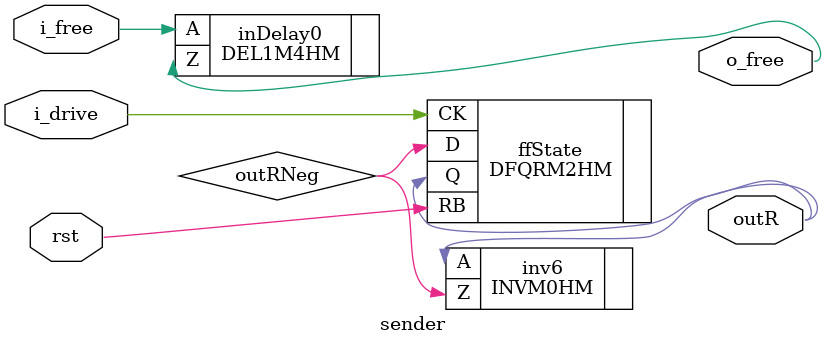
<source format=v>

`timescale 1ns / 1ps
module sender(i_drive,o_free,outR,i_free,rst);
input i_drive, i_free, rst;
output o_free, outR;

wire outRNeg;
INVM0HM inv6 ( .A(outR), .Z(outRNeg) );
DFQRM2HM ffState ( .D(outRNeg), .CK(i_drive), .RB(rst), .Q(outR) );

DEL1M4HM inDelay0 ( .A(i_free), .Z(o_free) );

endmodule

</source>
